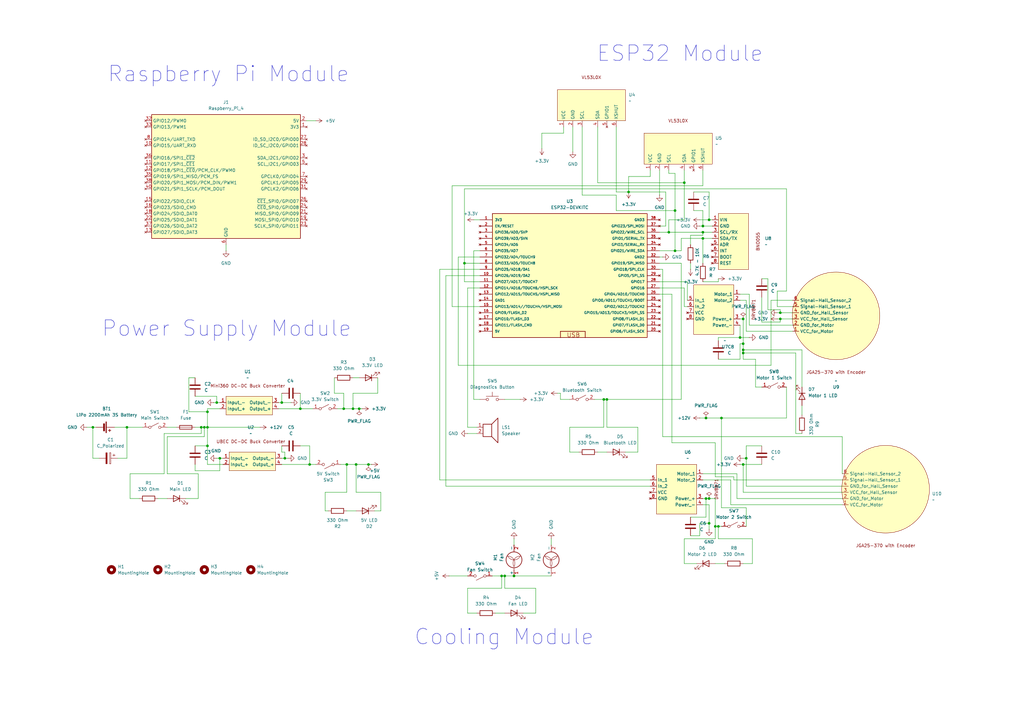
<source format=kicad_sch>
(kicad_sch (version 20250114) (generator "eeschema") (generator_version "9.0")
  (paper "A3")
  (text "Power Supply Module\n" (at 92.964 134.874 0) (effects (font (size 6.35 6.35))))
  (text "ESP32 Module\n" (at 278.892 22.098 0) (effects (font (size 6.35 6.35))))
  (text "Raspberry Pi Module" (at 93.726 30.48 0) (effects (font (size 6.35 6.35))))
  (text "Cooling Module\n" (at 206.756 261.366 0) (effects (font (size 6.35 6.35))))
  (junction (at 248.92 163.83))
  (junction (at 304.8 144.78))
  (junction (at 140.97 167.64))
  (junction (at 85.09 168.91))
  (junction (at 304.8 130.81))
  (junction (at 289.56 171.45))
  (junction (at 115.57 165.1))
  (junction (at 288.29 92.71))
  (junction (at 274.32 95.25))
  (junction (at 88.9 165.1))
  (junction (at 290.83 90.17))
  (junction (at 85.09 182.88))
  (junction (at 257.81 78.74))
  (junction (at 303.53 138.43))
  (junction (at 123.19 167.64))
  (junction (at 207.01 236.22))
  (junction (at 151.13 190.5))
  (junction (at 290.83 214.63))
  (junction (at 290.83 204.47))
  (junction (at 38.1 175.26))
  (junction (at 289.56 204.47))
  (junction (at 306.07 187.96))
  (junction (at 210.82 236.22))
  (junction (at 320.04 130.81))
  (junction (at 288.29 95.25))
  (junction (at 190.5 107.95))
  (junction (at 280.67 74.93))
  (junction (at 85.09 175.26))
  (junction (at 205.74 236.22))
  (junction (at 82.55 175.26))
  (junction (at 288.29 97.79))
  (junction (at 304.8 143.51))
  (junction (at 144.78 167.64))
  (junction (at 276.86 102.87))
  (junction (at 127 190.5))
  (junction (at 116.84 187.96))
  (junction (at 83.82 175.26))
  (junction (at 52.07 175.26))
  (junction (at 304.8 190.5))
  (junction (at 294.64 215.9))
  (junction (at 142.24 190.5))
  (junction (at 320.04 128.27))
  (junction (at 293.37 215.9))
  (junction (at 304.8 140.97))
  (junction (at 247.65 163.83))
  (junction (at 147.32 167.64))
  (junction (at 295.91 171.45))
  (junction (at 276.86 86.36))
  (junction (at 90.17 187.96))
  (junction (at 146.05 190.5))
  (wire (pts (xy 261.62 185.42) (xy 261.62 175.26)))
  (wire (pts (xy 294.64 114.3) (xy 294.64 115.57)))
  (wire (pts (xy 144.78 167.64) (xy 147.32 167.64)))
  (wire (pts (xy 303.53 140.97) (xy 304.8 140.97)))
  (wire (pts (xy 288.29 97.79) (xy 279.4 97.79)))
  (wire (pts (xy 345.44 204.47) (xy 302.26 204.47)))
  (wire (pts (xy 238.76 52.07) (xy 238.76 80.01)))
  (wire (pts (xy 139.7 190.5) (xy 142.24 190.5)))
  (wire (pts (xy 280.67 125.73) (xy 281.94 125.73)))
  (wire (pts (xy 207.01 251.46) (xy 203.2 251.46)))
  (wire (pts (xy 288.29 86.36) (xy 288.29 92.71)))
  (wire (pts (xy 273.05 78.74) (xy 273.05 92.71)))
  (wire (pts (xy 35.56 175.26) (xy 38.1 175.26)))
  (wire (pts (xy 153.67 209.55) (xy 156.21 209.55)))
  (wire (pts (xy 322.58 171.45) (xy 322.58 158.75)))
  (wire (pts (xy 289.56 204.47) (xy 288.29 204.47)))
  (wire (pts (xy 115.57 185.42) (xy 116.84 185.42)))
  (wire (pts (xy 276.86 102.87) (xy 270.51 102.87)))
  (wire (pts (xy 81.28 204.47) (xy 81.28 194.31)))
  (wire (pts (xy 304.8 143.51) (xy 304.8 144.78)))
  (wire (pts (xy 303.53 130.81) (xy 304.8 130.81)))
  (wire (pts (xy 115.57 165.1) (xy 119.38 165.1)))
  (wire (pts (xy 294.64 138.43) (xy 303.53 138.43)))
  (wire (pts (xy 312.42 114.3) (xy 314.96 114.3)))
  (wire (pts (xy 77.47 154.94) (xy 77.47 168.91)))
  (wire (pts (xy 191.77 175.26) (xy 191.77 118.11)))
  (wire (pts (xy 140.97 161.29) (xy 140.97 167.64)))
  (wire (pts (xy 290.83 207.01) (xy 290.83 214.63)))
  (wire (pts (xy 328.93 143.51) (xy 304.8 143.51)))
  (wire (pts (xy 293.37 204.47) (xy 293.37 215.9)))
  (wire (pts (xy 295.91 171.45) (xy 295.91 208.28)))
  (wire (pts (xy 284.48 86.36) (xy 288.29 86.36)))
  (wire (pts (xy 205.74 241.3) (xy 205.74 236.22)))
  (wire (pts (xy 314.96 114.3) (xy 314.96 127)))
  (wire (pts (xy 280.67 220.98) (xy 293.37 220.98)))
  (wire (pts (xy 304.8 190.5) (xy 304.8 201.93)))
  (wire (pts (xy 274.32 90.17) (xy 274.32 95.25)))
  (wire (pts (xy 234.95 52.07) (xy 234.95 62.23)))
  (wire (pts (xy 274.32 71.12) (xy 274.32 69.85)))
  (wire (pts (xy 190.5 77.47) (xy 322.58 77.47)))
  (wire (pts (xy 306.07 187.96) (xy 306.07 199.39)))
  (wire (pts (xy 196.85 163.83) (xy 194.31 163.83)))
  (wire (pts (xy 184.15 236.22) (xy 191.77 236.22)))
  (wire (pts (xy 320.04 130.81) (xy 325.12 130.81)))
  (wire (pts (xy 306.07 182.88) (xy 306.07 187.96)))
  (wire (pts (xy 299.72 207.01) (xy 345.44 207.01)))
  (wire (pts (xy 303.53 190.5) (xy 304.8 190.5)))
  (wire (pts (xy 304.8 144.78) (xy 326.39 144.78)))
  (wire (pts (xy 283.21 107.95) (xy 283.21 110.49)))
  (wire (pts (xy 320.04 128.27) (xy 325.12 128.27)))
  (wire (pts (xy 248.92 163.83) (xy 248.92 175.26)))
  (wire (pts (xy 294.64 139.7) (xy 294.64 138.43)))
  (wire (pts (xy 288.29 196.85) (xy 299.72 196.85)))
  (wire (pts (xy 270.51 69.85) (xy 270.51 80.01)))
  (wire (pts (xy 289.56 204.47) (xy 289.56 212.09)))
  (wire (pts (xy 316.23 123.19) (xy 325.12 123.19)))
  (wire (pts (xy 146.05 209.55) (xy 142.24 209.55)))
  (wire (pts (xy 302.26 194.31) (xy 288.29 194.31)))
  (wire (pts (xy 257.81 72.39) (xy 257.81 78.74)))
  (wire (pts (xy 283.21 219.71) (xy 287.02 219.71)))
  (wire (pts (xy 281.94 115.57) (xy 281.94 123.19)))
  (wire (pts (xy 116.84 187.96) (xy 118.11 187.96)))
  (wire (pts (xy 194.31 102.87) (xy 194.31 163.83)))
  (wire (pts (xy 85.09 182.88) (xy 85.09 190.5)))
  (wire (pts (xy 114.3 167.64) (xy 123.19 167.64)))
  (wire (pts (xy 304.8 187.96) (xy 306.07 187.96)))
  (wire (pts (xy 137.16 161.29) (xy 140.97 161.29)))
  (wire (pts (xy 257.81 72.39) (xy 266.7 72.39)))
  (wire (pts (xy 154.94 161.29) (xy 144.78 161.29)))
  (wire (pts (xy 67.31 177.8) (xy 82.55 177.8)))
  (wire (pts (xy 326.39 177.8) (xy 326.39 144.78)))
  (wire (pts (xy 294.64 215.9) (xy 293.37 215.9)))
  (wire (pts (xy 294.64 147.32) (xy 303.53 147.32)))
  (wire (pts (xy 180.34 196.85) (xy 180.34 110.49)))
  (wire (pts (xy 127 182.88) (xy 127 190.5)))
  (wire (pts (xy 288.29 97.79) (xy 288.29 107.95)))
  (wire (pts (xy 293.37 220.98) (xy 293.37 215.9)))
  (wire (pts (xy 123.19 161.29) (xy 123.19 167.64)))
  (wire (pts (xy 116.84 185.42) (xy 116.84 187.96)))
  (wire (pts (xy 292.1 97.79) (xy 288.29 97.79)))
  (wire (pts (xy 288.29 96.52) (xy 288.29 95.25)))
  (wire (pts (xy 294.64 220.98) (xy 294.64 215.9)))
  (wire (pts (xy 266.7 72.39) (xy 266.7 69.85)))
  (wire (pts (xy 88.9 187.96) (xy 90.17 187.96)))
  (wire (pts (xy 185.42 125.73) (xy 196.85 125.73)))
  (wire (pts (xy 243.84 163.83) (xy 247.65 163.83)))
  (wire (pts (xy 83.82 175.26) (xy 85.09 175.26)))
  (wire (pts (xy 312.42 121.92) (xy 312.42 132.08)))
  (wire (pts (xy 154.94 154.94) (xy 154.94 161.29)))
  (wire (pts (xy 196.85 105.41) (xy 187.96 105.41)))
  (wire (pts (xy 219.71 241.3) (xy 207.01 241.3)))
  (wire (pts (xy 38.1 187.96) (xy 38.1 175.26)))
  (wire (pts (xy 229.87 163.83) (xy 233.68 163.83)))
  (wire (pts (xy 67.31 177.8) (xy 67.31 194.31)))
  (wire (pts (xy 276.86 71.12) (xy 274.32 71.12)))
  (wire (pts (xy 115.57 182.88) (xy 115.57 185.42)))
  (wire (pts (xy 304.8 147.32) (xy 309.88 147.32)))
  (wire (pts (xy 207.01 163.83) (xy 213.36 163.83)))
  (wire (pts (xy 304.8 130.81) (xy 304.8 140.97)))
  (wire (pts (xy 328.93 143.51) (xy 328.93 158.75)))
  (wire (pts (xy 288.29 69.85) (xy 288.29 76.2)))
  (wire (pts (xy 53.34 194.31) (xy 67.31 194.31)))
  (wire (pts (xy 248.92 163.83) (xy 247.65 163.83)))
  (wire (pts (xy 295.91 215.9) (xy 294.64 215.9)))
  (wire (pts (xy 83.82 179.07) (xy 83.82 175.26)))
  (wire (pts (xy 142.24 201.93) (xy 142.24 190.5)))
  (wire (pts (xy 85.09 167.64) (xy 90.17 167.64)))
  (wire (pts (xy 252.73 86.36) (xy 276.86 86.36)))
  (wire (pts (xy 115.57 161.29) (xy 115.57 165.1)))
  (wire (pts (xy 207.01 236.22) (xy 210.82 236.22)))
  (wire (pts (xy 307.34 133.35) (xy 307.34 120.65)))
  (wire (pts (xy 299.72 196.85) (xy 299.72 207.01)))
  (wire (pts (xy 304.8 140.97) (xy 304.8 143.51)))
  (wire (pts (xy 129.54 190.5) (xy 127 190.5)))
  (wire (pts (xy 276.86 71.12) (xy 276.86 86.36)))
  (wire (pts (xy 322.58 77.47) (xy 322.58 119.38)))
  (wire (pts (xy 290.83 90.17) (xy 292.1 90.17)))
  (wire (pts (xy 222.25 54.61) (xy 231.14 54.61)))
  (wire (pts (xy 80.01 182.88) (xy 85.09 182.88)))
  (wire (pts (xy 125.73 49.53) (xy 129.54 49.53)))
  (wire (pts (xy 187.96 105.41) (xy 187.96 149.86)))
  (wire (pts (xy 146.05 201.93) (xy 146.05 190.5)))
  (wire (pts (xy 309.88 147.32) (xy 309.88 158.75)))
  (wire (pts (xy 90.17 187.96) (xy 91.44 187.96)))
  (wire (pts (xy 295.91 208.28) (xy 306.07 208.28)))
  (wire (pts (xy 214.63 251.46) (xy 219.71 251.46)))
  (wire (pts (xy 85.09 175.26) (xy 106.68 175.26)))
  (wire (pts (xy 252.73 52.07) (xy 252.73 78.74)))
  (wire (pts (xy 287.02 219.71) (xy 287.02 214.63)))
  (wire (pts (xy 80.01 175.26) (xy 82.55 175.26)))
  (wire (pts (xy 68.58 179.07) (xy 83.82 179.07)))
  (wire (pts (xy 270.51 115.57) (xy 281.94 115.57)))
  (wire (pts (xy 318.77 128.27) (xy 320.04 128.27)))
  (wire (pts (xy 273.05 92.71) (xy 270.51 92.71)))
  (wire (pts (xy 137.16 154.94) (xy 137.16 161.29)))
  (wire (pts (xy 194.31 90.17) (xy 196.85 90.17)))
  (wire (pts (xy 270.51 118.11) (xy 280.67 118.11)))
  (wire (pts (xy 210.82 236.22) (xy 226.06 236.22)))
  (wire (pts (xy 182.88 199.39) (xy 182.88 113.03)))
  (wire (pts (xy 144.78 161.29) (xy 144.78 167.64)))
  (wire (pts (xy 266.7 199.39) (xy 182.88 199.39)))
  (wire (pts (xy 287.02 214.63) (xy 290.83 214.63)))
  (wire (pts (xy 91.44 190.5) (xy 85.09 190.5)))
  (wire (pts (xy 280.67 74.93) (xy 280.67 90.17)))
  (wire (pts (xy 345.44 179.07) (xy 345.44 194.31)))
  (wire (pts (xy 205.74 236.22) (xy 207.01 236.22)))
  (wire (pts (xy 226.06 223.52) (xy 226.06 220.98)))
  (wire (pts (xy 271.78 179.07) (xy 271.78 110.49)))
  (wire (pts (xy 180.34 110.49) (xy 196.85 110.49)))
  (wire (pts (xy 185.42 76.2) (xy 185.42 125.73)))
  (wire (pts (xy 288.29 115.57) (xy 294.64 115.57)))
  (wire (pts (xy 68.58 175.26) (xy 72.39 175.26)))
  (wire (pts (xy 287.02 90.17) (xy 290.83 90.17)))
  (wire (pts (xy 279.4 97.79) (xy 279.4 102.87)))
  (wire (pts (xy 80.01 154.94) (xy 77.47 154.94)))
  (wire (pts (xy 322.58 119.38) (xy 318.77 119.38)))
  (wire (pts (xy 156.21 209.55) (xy 156.21 201.93)))
  (wire (pts (xy 266.7 196.85) (xy 180.34 196.85)))
  (wire (pts (xy 280.67 118.11) (xy 280.67 125.73)))
  (wire (pts (xy 325.12 133.35) (xy 307.34 133.35)))
  (wire (pts (xy 92.71 100.33) (xy 92.71 102.87)))
  (wire (pts (xy 293.37 195.58) (xy 293.37 181.61)))
  (wire (pts (xy 190.5 107.95) (xy 190.5 115.57)))
  (wire (pts (xy 53.34 204.47) (xy 53.34 194.31)))
  (wire (pts (xy 156.21 201.93) (xy 146.05 201.93)))
  (wire (pts (xy 133.35 201.93) (xy 142.24 201.93)))
  (wire (pts (xy 316.23 149.86) (xy 316.23 123.19)))
  (wire (pts (xy 210.82 223.52) (xy 210.82 220.98)))
  (wire (pts (xy 247.65 163.83) (xy 247.65 175.26)))
  (wire (pts (xy 81.28 194.31) (xy 68.58 194.31)))
  (wire (pts (xy 300.99 195.58) (xy 293.37 195.58)))
  (wire (pts (xy 77.47 168.91) (xy 85.09 168.91)))
  (wire (pts (xy 290.83 217.17) (xy 290.83 214.63)))
  (wire (pts (xy 80.01 193.04) (xy 90.17 193.04)))
  (wire (pts (xy 312.42 132.08) (xy 320.04 132.08)))
  (wire (pts (xy 68.58 204.47) (xy 64.77 204.47)))
  (wire (pts (xy 115.57 187.96) (xy 116.84 187.96)))
  (wire (pts (xy 308.61 220.98) (xy 294.64 220.98)))
  (wire (pts (xy 245.11 74.93) (xy 280.67 74.93)))
  (wire (pts (xy 307.34 120.65) (xy 303.53 120.65)))
  (wire (pts (xy 284.48 78.74) (xy 290.83 78.74)))
  (wire (pts (xy 76.2 204.47) (xy 81.28 204.47)))
  (wire (pts (xy 233.68 185.42) (xy 233.68 175.26)))
  (wire (pts (xy 123.19 182.88) (xy 127 182.88)))
  (wire (pts (xy 270.51 107.95) (xy 279.4 107.95)))
  (wire (pts (xy 222.25 54.61) (xy 222.25 60.96)))
  (wire (pts (xy 187.96 149.86) (xy 316.23 149.86)))
  (wire (pts (xy 279.4 107.95) (xy 279.4 163.83)))
  (wire (pts (xy 288.29 92.71) (xy 292.1 92.71)))
  (wire (pts (xy 68.58 179.07) (xy 68.58 194.31)))
  (wire (pts (xy 191.77 118.11) (xy 196.85 118.11)))
  (wire (pts (xy 85.09 175.26) (xy 85.09 182.88)))
  (wire (pts (xy 283.21 96.52) (xy 288.29 96.52)))
  (wire (pts (xy 219.71 251.46) (xy 219.71 241.3)))
  (wire (pts (xy 271.78 110.49) (xy 270.51 110.49)))
  (wire (pts (xy 142.24 190.5) (xy 146.05 190.5)))
  (wire (pts (xy 285.75 231.14) (xy 280.67 231.14)))
  (wire (pts (xy 306.07 208.28) (xy 306.07 215.9)))
  (wire (pts (xy 314.96 127) (xy 320.04 127)))
  (wire (pts (xy 194.31 102.87) (xy 196.85 102.87)))
  (wire (pts (xy 138.43 167.64) (xy 140.97 167.64)))
  (wire (pts (xy 279.4 163.83) (xy 248.92 163.83)))
  (wire (pts (xy 228.6 161.29) (xy 229.87 161.29)))
  (wire (pts (xy 152.4 190.5) (xy 151.13 190.5)))
  (wire (pts (xy 306.07 135.89) (xy 306.07 123.19)))
  (wire (pts (xy 287.02 171.45) (xy 289.56 171.45)))
  (wire (pts (xy 256.54 185.42) (xy 261.62 185.42)))
  (wire (pts (xy 134.62 209.55) (xy 133.35 209.55)))
  (wire (pts (xy 144.78 154.94) (xy 147.32 154.94)))
  (wire (pts (xy 304.8 231.14) (xy 308.61 231.14)))
  (wire (pts (xy 279.4 102.87) (xy 276.86 102.87)))
  (wire (pts (xy 328.93 177.8) (xy 326.39 177.8)))
  (wire (pts (xy 303.53 133.35) (xy 303.53 138.43)))
  (wire (pts (xy 293.37 231.14) (xy 297.18 231.14)))
  (wire (pts (xy 231.14 54.61) (xy 231.14 52.07)))
  (wire (pts (xy 191.77 177.8) (xy 195.58 177.8)))
  (wire (pts (xy 303.53 147.32) (xy 303.53 140.97)))
  (wire (pts (xy 306.07 123.19) (xy 303.53 123.19)))
  (wire (pts (xy 52.07 187.96) (xy 52.07 175.26)))
  (wire (pts (xy 238.76 80.01) (xy 252.73 80.01)))
  (wire (pts (xy 191.77 251.46) (xy 191.77 241.3)))
  (wire (pts (xy 280.67 231.14) (xy 280.67 220.98)))
  (wire (pts (xy 274.32 95.25) (xy 288.29 95.25)))
  (wire (pts (xy 320.04 127) (xy 320.04 128.27)))
  (wire (pts (xy 82.55 177.8) (xy 82.55 175.26)))
  (wire (pts (xy 80.01 162.56) (xy 88.9 162.56)))
  (wire (pts (xy 252.73 80.01) (xy 252.73 86.36)))
  (wire (pts (xy 190.5 115.57) (xy 196.85 115.57)))
  (wire (pts (xy 275.59 181.61) (xy 275.59 120.65)))
  (wire (pts (xy 345.44 196.85) (xy 300.99 196.85)))
  (wire (pts (xy 270.51 95.25) (xy 274.32 95.25)))
  (wire (pts (xy 308.61 231.14) (xy 308.61 220.98)))
  (wire (pts (xy 300.99 196.85) (xy 300.99 195.58)))
  (wire (pts (xy 88.9 162.56) (xy 88.9 165.1)))
  (wire (pts (xy 85.09 168.91) (xy 85.09 167.64)))
  (wire (pts (xy 307.34 138.43) (xy 303.53 138.43)))
  (wire (pts (xy 290.83 78.74) (xy 290.83 90.17)))
  (wire (pts (xy 325.12 135.89) (xy 306.07 135.89)))
  (wire (pts (xy 261.62 175.26) (xy 248.92 175.26)))
  (wire (pts (xy 85.09 175.26) (xy 85.09 168.91)))
  (wire (pts (xy 237.49 185.42) (xy 233.68 185.42)))
  (wire (pts (xy 57.15 204.47) (xy 53.34 204.47)))
  (wire (pts (xy 287.02 92.71) (xy 288.29 92.71)))
  (wire (pts (xy 293.37 181.61) (xy 275.59 181.61)))
  (wire (pts (xy 114.3 165.1) (xy 115.57 165.1)))
  (wire (pts (xy 271.78 179.07) (xy 345.44 179.07)))
  (wire (pts (xy 207.01 241.3) (xy 207.01 236.22)))
  (wire (pts (xy 233.68 175.26) (xy 247.65 175.26)))
  (wire (pts (xy 88.9 165.1) (xy 90.17 165.1)))
  (wire (pts (xy 304.8 144.78) (xy 304.8 147.32)))
  (wire (pts (xy 82.55 175.26) (xy 83.82 175.26)))
  (wire (pts (xy 288.29 95.25) (xy 292.1 95.25)))
  (wire (pts (xy 306.07 182.88) (xy 312.42 182.88)))
  (wire (pts (xy 90.17 193.04) (xy 90.17 187.96)))
  (wire (pts (xy 309.88 158.75) (xy 312.42 158.75)))
  (wire (pts (xy 318.77 130.81) (xy 320.04 130.81)))
  (wire (pts (xy 318.77 119.38) (xy 318.77 125.73)))
  (wire (pts (xy 140.97 167.64) (xy 144.78 167.64)))
  (wire (pts (xy 283.21 100.33) (xy 283.21 96.52)))
  (wire (pts (xy 304.8 190.5) (xy 312.42 190.5)))
  (wire (pts (xy 195.58 251.46) (xy 191.77 251.46)))
  (wire (pts (xy 201.93 236.22) (xy 205.74 236.22)))
  (wire (pts (xy 283.21 212.09) (xy 289.56 212.09)))
  (wire (pts (xy 276.86 86.36) (xy 276.86 102.87)))
  (wire (pts (xy 252.73 78.74) (xy 257.81 78.74)))
  (wire (pts (xy 320.04 132.08) (xy 320.04 130.81)))
  (wire (pts (xy 146.05 190.5) (xy 151.13 190.5)))
  (wire (pts (xy 275.59 120.65) (xy 270.51 120.65)))
  (wire (pts (xy 123.19 167.64) (xy 128.27 167.64)))
  (wire (pts (xy 115.57 190.5) (xy 127 190.5)))
  (wire (pts (xy 295.91 171.45) (xy 322.58 171.45)))
  (wire (pts (xy 257.81 78.74) (xy 273.05 78.74)))
  (wire (pts (xy 48.26 187.96) (xy 52.07 187.96)))
  (wire (pts (xy 248.92 185.42) (xy 245.11 185.42)))
  (wire (pts (xy 52.07 175.26) (xy 58.42 175.26)))
  (wire (pts (xy 182.88 113.03) (xy 196.85 113.03)))
  (wire (pts (xy 289.56 171.45) (xy 295.91 171.45)))
  (wire (pts (xy 318.77 125.73) (xy 325.12 125.73)))
  (wire (pts (xy 293.37 204.47) (xy 290.83 204.47)))
  (wire (pts (xy 280.67 90.17) (xy 274.32 90.17)))
  (wire (pts (xy 87.63 165.1) (xy 88.9 165.1)))
  (wire (pts (xy 147.32 167.64) (xy 148.59 167.64)))
  (wire (pts (xy 304.8 201.93) (xy 345.44 201.93)))
  (wire (pts (xy 229.87 161.29) (xy 229.87 163.83)))
  (wire (pts (xy 40.64 187.96) (xy 38.1 187.96)))
  (wire (pts (xy 133.35 209.55) (xy 133.35 201.93)))
  (wire (pts (xy 280.67 69.85) (xy 280.67 74.93)))
  (wire (pts (xy 288.29 207.01) (xy 290.83 207.01)))
  (wire (pts (xy 245.11 52.07) (xy 245.11 74.93)))
  (wire (pts (xy 195.58 175.26) (xy 191.77 175.26)))
  (wire (pts (xy 38.1 175.26) (xy 39.37 175.26)))
  (wire (pts (xy 290.83 204.47) (xy 289.56 204.47)))
  (wire (pts (xy 302.26 204.47) (xy 302.26 194.31)))
  (wire (pts (xy 46.99 175.26) (xy 52.07 175.26)))
  (wire (pts (xy 196.85 107.95) (xy 190.5 107.95)))
  (wire (pts (xy 306.07 199.39) (xy 345.44 199.39)))
  (wire (pts (xy 328.93 166.37) (xy 328.93 170.18)))
  (wire (pts (xy 185.42 76.2) (xy 288.29 76.2)))
  (wire (pts (xy 270.51 105.41) (xy 271.78 105.41)))
  (wire (pts (xy 191.77 241.3) (xy 205.74 241.3)))
  (wire (pts (xy 80.01 190.5) (xy 80.01 193.04)))
  (wire (pts (xy 190.5 77.47) (xy 190.5 107.95)))
  (symbol (lib_id "power:+3.3V") (at 257.81 78.74 180) (unit 1)
    (property "Reference" "#PWR020" (effects (hide yes)))
    (property "Value" "+3.3V" (at 257.81 83.82 0))
    (property "Description" "Power symbol creates a global label with name \"+3.3V\"" (effects (hide yes)))
  )
  (symbol (lib_id "Device:C") (at 119.38 182.88 90) (unit 1)
    (property "Reference" "C5" (at 119.38 175.26 90))
    (property "Value" "C" (at 119.38 177.8 90))
    (property "Footprint" "Capacitor_THT:C_Disc_D4.3mm_W1.9mm_P5.00mm" (effects (hide yes)))
    (property "Description" "Unpolarized capacitor" (effects (hide yes)))
  )
  (symbol (lib_id "power:GND") (at 35.56 175.26 270) (unit 1)
    (property "Reference" "#PWR01" (effects (hide yes)))
    (property "Value" "GND" (at 31.75 175.2599 90) (effects (justify right)))
    (property "Description" "Power symbol creates a global label with name \"GND\" , ground" (effects (hide yes)))
  )
  (symbol (lib_id "Switch:SW_SPST") (at 196.85 236.22 180) (unit 1)
    (property "Reference" "SW4" (at 196.85 231.14 0))
    (property "Value" "Fan Switch" (at 196.85 233.68 0))
    (property "Footprint" "Espressif:SPST" (effects (hide yes)))
    (property "Description" "Single Pole Single Throw (SPST) switch" (effects (hide yes)))
  )
  (symbol (lib_id "Device:Fuse") (at 76.2 175.26 90) (unit 1)
    (property "Reference" "F1" (at 76.2 168.91 90))
    (property "Value" "Fuse" (at 76.2 171.45 90))
    (property "Footprint" "Fuse:Fuse_Littelfuse-LVR100" (effects (hide yes)))
    (property "Description" "Fuse" (effects (hide yes)))
  )
  (symbol (lib_id "Switch:SW_Push") (at 201.93 163.83 0) (unit 1)
    (property "Reference" "SW5" (at 201.93 156.21 0))
    (property "Value" "Diagnostics Button" (at 201.93 158.75 0))
    (property "Footprint" "Espressif:SPST" (effects (hide yes)))
    (property "Description" "Push button switch, generic, two pins" (effects (hide yes)))
  )
  (symbol (lib_id "Switch:SW_SPST") (at 133.35 167.64 0) (unit 1)
    (property "Reference" "SW2" (at 133.35 161.29 0))
    (property "Value" "3.3V Switch" (at 133.35 163.83 0))
    (property "Footprint" "Espressif:SPST" (effects (hide yes)))
    (property "Description" "Single Pole Single Throw (SPST) switch" (effects (hide yes)))
  )
  (symbol (lib_id "power:GND") (at 307.34 138.43 90) (unit 1)
    (property "Reference" "#PWR031" (effects (hide yes)))
    (property "Value" "GND" (at 311.15 138.4299 90) (effects (justify right)))
    (property "Description" "Power symbol creates a global label with name \"GND\" , ground" (effects (hide yes)))
  )
  (symbol (lib_id "power:GND") (at 119.38 165.1 90) (unit 1)
    (property "Reference" "#PWR07" (effects (hide yes)))
    (property "Value" "GND" (at 123.19 165.0999 90) (effects (justify right)))
    (property "Description" "Power symbol creates a global label with name \"GND\" , ground" (effects (hide yes)))
  )
  (symbol (lib_id "Device:C") (at 294.64 143.51 0) (unit 1)
    (property "Reference" "C8" (at 298.45 142.2399 0) (effects (justify left)))
    (property "Value" "C" (at 298.45 144.7799 0) (effects (justify left)))
    (property "Footprint" "Capacitor_THT:C_Disc_D4.3mm_W1.9mm_P5.00mm" (effects (hide yes)))
    (property "Description" "Unpolarized capacitor" (effects (hide yes)))
  )
  (symbol (lib_id "power:PWR_FLAG") (at 290.83 204.47 0) (unit 1)
    (property "Reference" "#FLG04" (effects (hide yes)))
    (property "Value" "PWR_FLAG" (at 290.83 199.39 0))
    (property "Description" "Special symbol for telling ERC where power comes from" (effects (hide yes)))
  )
  (symbol (lib_id "Device:LED") (at 252.73 185.42 0) (mirror y) (unit 1)
    (property "Reference" "D5" (at 254.3175 179.07 0))
    (property "Value" "Bluetooth LED" (at 254.3175 181.61 0))
    (property "Footprint" "LED_THT:LED_D5.0mm" (effects (hide yes)))
    (property "Description" "Light emitting diode" (effects (hide yes)))
    (property "Sim.Pins" "1=K 2=A" (effects (hide yes)))
  )
  (symbol (lib_id "power:GND") (at 287.02 92.71 270) (unit 1)
    (property "Reference" "#PWR025" (effects (hide yes)))
    (property "Value" "GND" (at 283.21 92.7099 90) (effects (justify right)))
    (property "Description" "Power symbol creates a global label with name \"GND\" , ground" (effects (hide yes)))
  )
  (symbol (lib_id "power:+5V") (at 184.15 236.22 90) (unit 1)
    (property "Reference" "#PWR011" (effects (hide yes)))
    (property "Value" "+5V" (at 179.07 236.22 0))
    (property "Description" "Power symbol creates a global label with name \"+5V\"" (effects (hide yes)))
  )
  (symbol (lib_id "New_Library:JGA25-370_with_Encoder") (at 342.9 149.86 180) (unit 1)
    (property "Reference" "U9" (at 342.9 158.75 0))
    (property "Value" "~" (at 342.9 156.21 0))
    (property "Footprint" "Espressif:JGA25-370" (effects (hide yes)))
  )
  (symbol (lib_id "Mechanical:MountingHole") (at 83.82 233.68 0) (unit 1) (in_bom no)
    (property "Reference" "H3" (at 86.36 232.4099 0) (effects (justify left)))
    (property "Value" "MountingHole" (at 86.36 234.9499 0) (effects (justify left)))
    (property "Footprint" "Espressif:Mounting Hole" (effects (hide yes)))
    (property "Description" "Mounting Hole without connection" (effects (hide yes)))
  )
  (symbol (lib_id "power:+3.3V") (at 294.64 114.3 270) (unit 1)
    (property "Reference" "#PWR028" (effects (hide yes)))
    (property "Value" "+3.3V" (at 298.45 114.2999 90) (effects (justify left)))
    (property "Description" "Power symbol creates a global label with name \"+3.3V\"" (effects (hide yes)))
  )
  (symbol (lib_id "Mechanical:MountingHole") (at 64.77 233.68 0) (unit 1) (in_bom no)
    (property "Reference" "H2" (at 67.31 232.4099 0) (effects (justify left)))
    (property "Value" "MountingHole" (at 67.31 234.9499 0) (effects (justify left)))
    (property "Footprint" "Espressif:Mounting Hole" (effects (hide yes)))
    (property "Description" "Mounting Hole without connection" (effects (hide yes)))
  )
  (symbol (lib_id "power:PWR_FLAG") (at 151.13 190.5 180) (unit 1)
    (property "Reference" "#FLG02" (effects (hide yes)))
    (property "Value" "PWR_FLAG" (at 151.13 195.58 0))
    (property "Description" "Special symbol for telling ERC where power comes from" (effects (hide yes)))
  )
  (symbol (lib_id "New_Library:JGA25-370_with_Encoder") (at 363.22 220.98 180) (unit 1)
    (property "Reference" "U10" (at 382.27 202.4774 0) (effects (justify right)))
    (property "Value" "~" (at 382.27 205.0174 0) (effects (justify right)))
    (property "Footprint" "Espressif:JGA25-370" (effects (hide yes)))
  )
  (symbol (lib_id "New_Library:DRV8871") (at 290.83 200.66 270) (unit 1)
    (property "Reference" "U6" (at 282.0698 185.42 90))
    (property "Value" "~" (at 282.0698 187.96 90))
    (property "Footprint" "Espressif:DRV8871" (effects (hide yes)))
  )
  (symbol (lib_id "Device:R") (at 140.97 154.94 270) (unit 1)
    (property "Reference" "R3" (at 140.97 148.59 90))
    (property "Value" "330 Ohm" (at 140.97 151.13 90))
    (property "Footprint" "Resistor_THT:R_Axial_DIN0204_L3.6mm_D1.6mm_P5.08mm_Horizontal" (effects (hide yes)))
    (property "Description" "Resistor" (effects (hide yes)))
  )
  (symbol (lib_id "power:+3.3V") (at 303.53 190.5 90) (unit 1)
    (property "Reference" "#PWR029" (effects (hide yes)))
    (property "Value" "+3.3V" (at 299.72 190.4999 90) (effects (justify left)))
    (property "Description" "Power symbol creates a global label with name \"+3.3V\"" (effects (hide yes)))
  )
  (symbol (lib_id "power:+3.3V") (at 213.36 163.83 270) (unit 1)
    (property "Reference" "#PWR015" (effects (hide yes)))
    (property "Value" "+3.3V" (at 217.17 163.8299 90) (effects (justify left)))
    (property "Description" "Power symbol creates a global label with name \"+3.3V\"" (effects (hide yes)))
  )
  (symbol (lib_id "New_Library:VL53L0X") (at 278.13 53.34 0) (unit 1)
    (property "Reference" "U5" (at 293.37 56.6391 0) (effects (justify left)))
    (property "Value" "~" (at 293.37 59.1791 0) (effects (justify left)))
    (property "Footprint" "Espressif:VL53L0X" (effects (hide yes)))
  )
  (symbol (lib_id "Device:LED") (at 289.56 231.14 0) (unit 1)
    (property "Reference" "D6" (at 287.9725 224.79 0))
    (property "Value" "Motor 2 LED" (at 287.9725 227.33 0))
    (property "Footprint" "LED_THT:LED_D5.0mm" (effects (hide yes)))
    (property "Description" "Light emitting diode" (effects (hide yes)))
    (property "Sim.Pins" "1=K 2=A" (effects (hide yes)))
  )
  (symbol (lib_id "power:+3.3V") (at 283.21 110.49 180) (unit 1)
    (property "Reference" "#PWR023" (effects (hide yes)))
    (property "Value" "+3.3V" (at 283.21 115.57 0))
    (property "Description" "Power symbol creates a global label with name \"+3.3V\"" (effects (hide yes)))
  )
  (symbol (lib_id "power:+3.3V") (at 287.02 90.17 90) (unit 1)
    (property "Reference" "#PWR024" (effects (hide yes)))
    (property "Value" "+3.3V" (at 283.21 90.1699 90) (effects (justify left)))
    (property "Description" "Power symbol creates a global label with name \"+3.3V\"" (effects (hide yes)))
  )
  (symbol (lib_id "Connector:Raspberry_Pi_4") (at 92.71 72.39 0) (unit 1)
    (property "Reference" "J1" (at 92.71 41.91 0))
    (property "Value" "Raspberry_Pi_4" (at 92.71 44.45 0))
    (property "Footprint" "Espressif:MODULE_RASPBERRY_PI_4B_4GB" (effects (hide yes)))
    (property "Datasheet" "https://datasheets.raspberrypi.com/rpi4/raspberry-pi-4-datasheet.pdf" (effects (hide yes)))
    (property "Description" "Raspberry Pi 4 Model B" (effects (hide yes)))
  )
  (symbol (lib_id "power:+3.3V") (at 194.31 90.17 90) (unit 1)
    (property "Reference" "#PWR013" (effects (hide yes)))
    (property "Value" "+3.3V" (at 193.04 87.63 90))
    (property "Description" "Power symbol creates a global label with name \"+3.3V\"" (effects (hide yes)))
  )
  (symbol (lib_id "Device:Speaker") (at 200.66 175.26 0) (unit 1)
    (property "Reference" "LS1" (at 205.74 175.2599 0) (effects (justify left)))
    (property "Value" "Speaker" (at 205.74 177.7999 0) (effects (justify left)))
    (property "Footprint" "Buzzer_Beeper:Buzzer_12x9.5RM7.6" (effects (hide yes)))
    (property "Description" "Speaker" (effects (hide yes)))
  )
  (symbol (lib_id "Device:R") (at 283.21 104.14 0) (unit 1)
    (property "Reference" "R6" (at 288.29 105.156 0) (effects (justify left)))
    (property "Value" "4.7K - 10K" (at 286.004 113.284 90) (effects (justify left)))
    (property "Footprint" "Resistor_THT:R_Axial_DIN0204_L3.6mm_D1.6mm_P5.08mm_Horizontal" (effects (hide yes)))
    (property "Description" "Resistor" (effects (hide yes)))
  )
  (symbol (lib_id "power:GND") (at 226.06 220.98 180) (unit 1)
    (property "Reference" "#PWR017" (effects (hide yes)))
    (property "Value" "GND" (at 226.0599 217.17 90) (effects (justify right)))
    (property "Description" "Power symbol creates a global label with name \"GND\" , ground" (effects (hide yes)))
  )
  (symbol (lib_id "Device:C") (at 312.42 118.11 0) (unit 1)
    (property "Reference" "C9" (at 316.23 116.8399 0) (effects (justify left)))
    (property "Value" "C" (at 316.23 119.3799 0) (effects (justify left)))
    (property "Footprint" "Capacitor_THT:C_Disc_D4.3mm_W1.9mm_P5.00mm" (effects (hide yes)))
    (property "Description" "Unpolarized capacitor" (effects (hide yes)))
  )
  (symbol (lib_id "Device:C") (at 119.38 161.29 90) (unit 1)
    (property "Reference" "C4" (at 119.126 156.21 90))
    (property "Value" "C" (effects (hide yes)))
    (property "Footprint" "Capacitor_THT:C_Disc_D4.3mm_W1.9mm_P5.00mm" (effects (hide yes)))
    (property "Description" "Unpolarized capacitor" (effects (hide yes)))
  )
  (symbol (lib_id "Motor:Fan") (at 226.06 228.6 180) (unit 1)
    (property "Reference" "M2" (at 218.44 228.6 90))
    (property "Value" "Fan" (at 220.98 228.6 90))
    (property "Footprint" "Espressif:SPST" (effects (hide yes)))
    (property "Description" "Fan" (effects (hide yes)))
  )
  (symbol (lib_id "Switch:SW_SPST") (at 63.5 175.26 0) (unit 1)
    (property "Reference" "SW1" (at 63.5 168.91 0))
    (property "Value" "Main Switch" (at 63.5 171.45 0))
    (property "Footprint" "Espressif:SPST" (effects (hide yes)))
    (property "Description" "Single Pole Single Throw (SPST) switch" (effects (hide yes)))
  )
  (symbol (lib_id "power:GND") (at 234.95 62.23 0) (unit 1)
    (property "Reference" "#PWR019" (effects (hide yes)))
    (property "Value" "GND" (at 234.95 67.31 0))
    (property "Description" "Power symbol creates a global label with name \"GND\" , ground" (effects (hide yes)))
  )
  (symbol (lib_id "Mechanical:MountingHole") (at 102.87 233.68 0) (unit 1) (in_bom no)
    (property "Reference" "H4" (at 105.41 232.4099 0) (effects (justify left)))
    (property "Value" "MountingHole" (at 105.41 234.9499 0) (effects (justify left)))
    (property "Footprint" "Espressif:Mounting Hole" (effects (hide yes)))
    (property "Description" "Mounting Hole without connection" (effects (hide yes)))
  )
  (symbol (lib_id "power:GND") (at 118.11 187.96 90) (unit 1)
    (property "Reference" "#PWR06" (effects (hide yes)))
    (property "Value" "GND" (at 121.92 187.9599 90) (effects (justify right)))
    (property "Description" "Power symbol creates a global label with name \"GND\" , ground" (effects (hide yes)))
  )
  (symbol (lib_id "power:PWR_FLAG") (at 147.32 167.64 180) (unit 1)
    (property "Reference" "#FLG01" (effects (hide yes)))
    (property "Value" "PWR_FLAG" (at 147.32 172.72 0))
    (property "Description" "Special symbol for telling ERC where power comes from" (effects (hide yes)))
  )
  (symbol (lib_name "DRV8871_1") (lib_id "New_Library:DRV8871") (at 306.07 127 270) (unit 1)
    (property "Reference" "U7" (at 297.3098 142.24 90))
    (property "Value" "~" (at 297.3098 139.7 90))
    (property "Footprint" "Espressif:DRV8871" (effects (hide yes)))
  )
  (symbol (lib_id "Switch:SW_SPST") (at 317.5 158.75 0) (unit 1)
    (property "Reference" "SW8" (at 317.5 152.4 0))
    (property "Value" "Motor 1 Switch" (at 317.5 154.94 0))
    (property "Footprint" "Espressif:SPST" (effects (hide yes)))
    (property "Description" "Single Pole Single Throw (SPST) switch" (effects (hide yes)))
  )
  (symbol (lib_id "Device:R") (at 300.99 231.14 90) (unit 1)
    (property "Reference" "R8" (at 300.99 224.79 90))
    (property "Value" "330 Ohm" (at 300.99 227.33 90))
    (property "Footprint" "Resistor_THT:R_Axial_DIN0204_L3.6mm_D1.6mm_P5.08mm_Horizontal" (effects (hide yes)))
    (property "Description" "Resistor" (effects (hide yes)))
  )
  (symbol (lib_id "Switch:SW_SPST") (at 238.76 163.83 0) (unit 1)
    (property "Reference" "SW6" (at 238.76 157.48 0))
    (property "Value" "Bluetooth Switch" (at 238.76 160.02 0))
    (property "Footprint" "Espressif:SPST" (effects (hide yes)))
    (property "Description" "Single Pole Single Throw (SPST) switch" (effects (hide yes)))
  )
  (symbol (lib_id "Switch:SW_SPST") (at 134.62 190.5 180) (unit 1)
    (property "Reference" "SW3" (at 134.62 196.85 0))
    (property "Value" "5V Switch" (at 134.62 194.31 0))
    (property "Footprint" "Espressif:SPST" (effects (hide yes)))
    (property "Description" "Single Pole Single Throw (SPST) switch" (effects (hide yes)))
  )
  (symbol (lib_id "New_Library:UBEC_DC-DC_Buck_Converter") (at 102.87 184.15 0) (unit 1)
    (property "Reference" "U2" (at 102.87 175.26 0))
    (property "Value" "~" (at 102.87 177.8 0))
    (property "Footprint" "Espressif:UBEC" (effects (hide yes)))
  )
  (symbol (lib_id "Mechanical:MountingHole") (at 45.72 233.68 0) (unit 1) (in_bom no)
    (property "Reference" "H1" (at 48.26 232.4099 0) (effects (justify left)))
    (property "Value" "MountingHole" (at 48.26 234.9499 0) (effects (justify left)))
    (property "Footprint" "Espressif:Mounting Hole" (effects (hide yes)))
    (property "Description" "Mounting Hole without connection" (effects (hide yes)))
  )
  (symbol (lib_id "Device:R") (at 241.3 185.42 270) (mirror x) (unit 1)
    (property "Reference" "R5" (at 241.3 179.07 90))
    (property "Value" "330 Ohm" (at 241.3 181.61 90))
    (property "Footprint" "Resistor_THT:R_Axial_DIN0204_L3.6mm_D1.6mm_P5.08mm_Horizontal" (effects (hide yes)))
    (property "Description" "Resistor" (effects (hide yes)))
  )
  (symbol (lib_id "power:+3.3V") (at 148.59 167.64 270) (unit 1)
    (property "Reference" "#PWR09" (effects (hide yes)))
    (property "Value" "+3.3V" (at 152.4 167.6399 90) (effects (justify left)))
    (property "Description" "Power symbol creates a global label with name \"+3.3V\"" (effects (hide yes)))
  )
  (symbol (lib_id "Device:C_Polarized") (at 44.45 187.96 270) (unit 1)
    (property "Reference" "C1" (at 45.339 180.34 90))
    (property "Value" "C_Polarized" (at 45.339 182.88 90))
    (property "Footprint" "Capacitor_THT:C_Radial_D10.0mm_H16.0mm_P5.00mm" (effects (hide yes)))
    (property "Description" "Polarized capacitor" (effects (hide yes)))
  )
  (symbol (lib_id "Device:R") (at 328.93 173.99 0) (unit 1)
    (property "Reference" "R9" (at 335.28 173.99 90))
    (property "Value" "330 Ohm" (at 332.74 173.99 90))
    (property "Footprint" "Resistor_THT:R_Axial_DIN0204_L3.6mm_D1.6mm_P5.08mm_Horizontal" (effects (hide yes)))
    (property "Description" "Resistor" (effects (hide yes)))
  )
  (symbol (lib_id "New_Library:VL53L0X") (at 242.57 35.56 0) (unit 1)
    (property "Reference" "U4" (at 257.81 38.8591 0) (effects (justify left)))
    (property "Value" "~" (at 257.81 41.3991 0) (effects (justify left)))
    (property "Footprint" "Espressif:VL53L0X" (effects (hide yes)))
  )
  (symbol (lib_id "Device:LED") (at 151.13 154.94 180) (unit 1)
    (property "Reference" "D3" (at 152.7175 147.32 0))
    (property "Value" "3.3V LED" (at 152.7175 149.86 0))
    (property "Footprint" "LED_THT:LED_D5.0mm" (effects (hide yes)))
    (property "Description" "Light emitting diode" (effects (hide yes)))
    (property "Sim.Pins" "1=K 2=A" (effects (hide yes)))
  )
  (symbol (lib_id "power:GND") (at 318.77 128.27 270) (unit 1)
    (property "Reference" "#PWR032" (effects (hide yes)))
    (property "Value" "GND" (at 314.96 128.2699 90) (effects (justify right)))
    (property "Description" "Power symbol creates a global label with name \"GND\" , ground" (effects (hide yes)))
  )
  (symbol (lib_id "Device:C") (at 80.01 186.69 0) (unit 1)
    (property "Reference" "C3" (at 83.82 185.4199 0) (effects (justify left)))
    (property "Value" "C" (at 83.82 187.9599 0) (effects (justify left)))
    (property "Footprint" "Capacitor_THT:C_Disc_D4.3mm_W1.9mm_P5.00mm" (effects (hide yes)))
    (property "Description" "Unpolarized capacitor" (effects (hide yes)))
  )
  (symbol (lib_id "Device:R") (at 60.96 204.47 270) (mirror x) (unit 1)
    (property "Reference" "R1" (at 60.96 198.12 90))
    (property "Value" "330 Ohm" (at 60.96 200.66 90))
    (property "Footprint" "Resistor_THT:R_Axial_DIN0204_L3.6mm_D1.6mm_P5.08mm_Horizontal" (effects (hide yes)))
    (property "Description" "Resistor" (effects (hide yes)))
  )
  (symbol (lib_id "power:GND") (at 304.8 187.96 270) (unit 1)
    (property "Reference" "#PWR030" (effects (hide yes)))
    (property "Value" "GND" (at 300.99 187.9599 90) (effects (justify right)))
    (property "Description" "Power symbol creates a global label with name \"GND\" , ground" (effects (hide yes)))
  )
  (symbol (lib_id "power:GND") (at 270.51 80.01 0) (unit 1)
    (property "Reference" "#PWR021" (effects (hide yes)))
    (property "Value" "GND" (at 270.51 85.09 0))
    (property "Description" "Power symbol creates a global label with name \"GND\" , ground" (effects (hide yes)))
  )
  (symbol (lib_id "Device:LED") (at 210.82 251.46 0) (mirror y) (unit 1)
    (property "Reference" "D4" (at 212.4075 245.11 0))
    (property "Value" "Fan LED" (at 212.4075 247.65 0))
    (property "Footprint" "LED_THT:LED_D5.0mm" (effects (hide yes)))
    (property "Description" "Light emitting diode" (effects (hide yes)))
    (property "Sim.Pins" "1=K 2=A" (effects (hide yes)))
  )
  (symbol (lib_id "Device:C") (at 80.01 158.75 0) (unit 1)
    (property "Reference" "C2" (at 83.82 157.4799 0) (effects (justify left)))
    (property "Value" "C" (at 83.82 160.0199 0) (effects (justify left)))
    (property "Footprint" "Capacitor_THT:C_Disc_D4.3mm_W1.9mm_P5.00mm" (effects (hide yes)))
    (property "Description" "Unpolarized capacitor" (effects (hide yes)))
  )
  (symbol (lib_id "Switch:SW_SPST") (at 300.99 215.9 0) (unit 1)
    (property "Reference" "SW7" (at 300.99 209.55 0))
    (property "Value" "Motor 2 Switch" (at 300.99 212.09 0))
    (property "Footprint" "Espressif:SPST" (effects (hide yes)))
    (property "Description" "Single Pole Single Throw (SPST) switch" (effects (hide yes)))
  )
  (symbol (lib_id "power:+5V") (at 129.54 49.53 270) (unit 1)
    (property "Reference" "#PWR08" (effects (hide yes)))
    (property "Value" "+5V" (at 133.35 49.5299 90) (effects (justify left)))
    (property "Description" "Power symbol creates a global label with name \"+5V\"" (effects (hide yes)))
  )
  (symbol (lib_id "Device:LED") (at 72.39 204.47 0) (mirror y) (unit 1)
    (property "Reference" "D1" (at 73.9775 198.12 0))
    (property "Value" "Main LED" (at 73.9775 200.66 0))
    (property "Footprint" "LED_THT:LED_D5.0mm" (effects (hide yes)))
    (property "Description" "Light emitting diode" (effects (hide yes)))
    (property "Sim.Pins" "1=K 2=A" (effects (hide yes)))
  )
  (symbol (lib_id "Device:C") (at 312.42 186.69 180) (unit 1)
    (property "Reference" "C10" (at 316.23 185.4199 0) (effects (justify right)))
    (property "Value" "C" (at 316.23 187.9599 0) (effects (justify right)))
    (property "Footprint" "Capacitor_THT:C_Disc_D4.3mm_W1.9mm_P5.00mm" (effects (hide yes)))
    (property "Description" "Unpolarized capacitor" (effects (hide yes)))
  )
  (symbol (lib_id "Device:R") (at 288.29 111.76 0) (unit 1)
    (property "Reference" "R7" (at 290.83 110.4899 0) (effects (justify left)))
    (property "Value" "R" (at 290.83 113.0299 0) (effects (justify left)))
    (property "Footprint" "Resistor_THT:R_Axial_DIN0204_L3.6mm_D1.6mm_P5.08mm_Horizontal" (effects (hide yes)))
    (property "Description" "Resistor" (effects (hide yes)))
  )
  (symbol (lib_id "power:GND") (at 210.82 220.98 180) (unit 1)
    (property "Reference" "#PWR014" (effects (hide yes)))
    (property "Value" "GND" (at 210.8199 217.17 90) (effects (justify right)))
    (property "Description" "Power symbol creates a global label with name \"GND\" , ground" (effects (hide yes)))
  )
  (symbol (lib_id "power:GND") (at 88.9 187.96 270) (unit 1)
    (property "Reference" "#PWR03" (effects (hide yes)))
    (property "Value" "GND" (at 90.678 184.912 90) (effects (justify right)))
    (property "Description" "Power symbol creates a global label with name \"GND\" , ground" (effects (hide yes)))
  )
  (symbol (lib_id "Device:LED") (at 328.93 162.56 270) (unit 1)
    (property "Reference" "D7" (at 331.47 159.7024 90) (effects (justify left)))
    (property "Value" "Motor 1 LED" (at 331.47 162.2424 90) (effects (justify left)))
    (property "Footprint" "LED_THT:LED_D5.0mm" (effects (hide yes)))
    (property "Description" "Light emitting diode" (effects (hide yes)))
    (property "Sim.Pins" "1=K 2=A" (effects (hide yes)))
  )
  (symbol (lib_id "power:GND") (at 290.83 217.17 0) (unit 1)
    (property "Reference" "#PWR027" (effects (hide yes)))
    (property "Value" "GND" (at 290.83 222.25 0))
    (property "Description" "Power symbol creates a global label with name \"GND\" , ground" (effects (hide yes)))
  )
  (symbol (lib_id "power:+12V") (at 106.68 175.26 270) (unit 1)
    (property "Reference" "#PWR05" (effects (hide yes)))
    (property "Value" "+12V" (at 110.49 175.2599 90) (effects (justify left)))
    (property "Description" "Power symbol creates a global label with name \"+12V\"" (effects (hide yes)))
  )
  (symbol (lib_id "power:+3.3V") (at 222.25 60.96 180) (unit 1)
    (property "Reference" "#PWR016" (effects (hide yes)))
    (property "Value" "+3.3V" (at 222.25 66.04 0))
    (property "Description" "Power symbol creates a global label with name \"+3.3V\"" (effects (hide yes)))
  )
  (symbol (lib_id "Device:Battery_Cell") (at 41.91 175.26 270) (unit 1)
    (property "Reference" "BT1" (at 43.7515 167.64 90))
    (property "Value" "LiPo 2200mAh 3S Battery" (at 43.7515 170.18 90))
    (property "Footprint" "Espressif:Battery T-Plug" (effects (hide yes)))
    (property "Description" "Single-cell battery" (effects (hide yes)))
  )
  (symbol (lib_id "power:+3.3V") (at 318.77 130.81 90) (unit 1)
    (property "Reference" "#PWR033" (effects (hide yes)))
    (property "Value" "+3.3V" (at 314.96 130.8099 90) (effects (justify left)))
    (property "Description" "Power symbol creates a global label with name \"+3.3V\"" (effects (hide yes)))
  )
  (symbol (lib_id "power:GND") (at 92.71 102.87 0) (unit 1)
    (property "Reference" "#PWR04" (effects (hide yes)))
    (property "Value" "GND" (at 92.71 107.95 0))
    (property "Description" "Power symbol creates a global label with name \"GND\" , ground" (effects (hide yes)))
  )
  (symbol (lib_id "Device:C") (at 283.21 215.9 0) (unit 1)
    (property "Reference" "C6" (at 287.02 214.6299 0) (effects (justify left)))
    (property "Value" "C" (at 287.02 217.1699 0) (effects (justify left)))
    (property "Footprint" "Capacitor_THT:C_Disc_D4.3mm_W1.9mm_P5.00mm" (effects (hide yes)))
    (property "Description" "Unpolarized capacitor" (effects (hide yes)))
  )
  (symbol (lib_id "Device:R") (at 138.43 209.55 270) (unit 1)
    (property "Reference" "R2" (at 138.43 215.9 90))
    (property "Value" "330 Ohm" (at 138.43 213.36 90))
    (property "Footprint" "Resistor_THT:R_Axial_DIN0204_L3.6mm_D1.6mm_P5.08mm_Horizontal" (effects (hide yes)))
    (property "Description" "Resistor" (effects (hide yes)))
  )
  (symbol (lib_id "power:PWR_FLAG") (at 289.56 171.45 0) (unit 1)
    (property "Reference" "#FLG03" (effects (hide yes)))
    (property "Value" "PWR_FLAG" (at 289.56 166.37 0))
    (property "Description" "Special symbol for telling ERC where power comes from" (effects (hide yes)))
  )
  (symbol (lib_id "Device:LED") (at 149.86 209.55 180) (unit 1)
    (property "Reference" "D2" (at 151.4475 215.9 0))
    (property "Value" "5V LED" (at 151.4475 213.36 0))
    (property "Footprint" "LED_THT:LED_D5.0mm" (effects (hide yes)))
    (property "Description" "Light emitting diode" (effects (hide yes)))
    (property "Sim.Pins" "1=K 2=A" (effects (hide yes)))
  )
  (symbol (lib_id "power:+12V") (at 287.02 171.45 90) (unit 1)
    (property "Reference" "#PWR026" (effects (hide yes)))
    (property "Value" "+12V" (at 283.21 171.4499 90) (effects (justify left)))
    (property "Description" "Power symbol creates a global label with name \"+12V\"" (effects (hide yes)))
  )
  (symbol (lib_id "ESP32-DEVKITC:ESP32-DEVKITC") (at 227.33 115.57 0) (unit 1)
    (property "Reference" "U3" (at 233.68 82.55 0))
    (property "Value" "ESP32-DEVKITC" (at 233.68 85.09 0))
    (property "Footprint" "Espressif:ESP32-DEVKITC" (effects (hide yes)))
    (property "MF" "Espressif Systems" (effects (hide yes)))
    (property "Description_1" "- ESP-WROOM-32 Transceiver; 802.11 b/g/n (Wi-Fi, WiFi, WLAN), Bluetooth® Smart 4.x Low Energy (BLE) 2.4GHz Evaluation Board" (effects (hide yes)))
    (property "Package" "None" (effects (hide yes)))
    (property "Price" "None" (effects (hide yes)))
    (property "SnapEDA_Link" "https://www.snapeda.com/parts/ESP32-DevKitC/Espressif+Systems/view-part/?ref=snap" (effects (hide yes)))
    (property "MP" "ESP32-DevKitC" (effects (hide yes)))
    (property "Availability" "In Stock" (effects (hide yes)))
    (property "Check_prices" "https://www.snapeda.com/parts/ESP32-DevKitC/Espressif+Systems/view-part/?ref=eda" (effects (hide yes)))
  )
  (symbol (lib_id "power:+3.3V") (at 228.6 161.29 90) (unit 1)
    (property "Reference" "#PWR018" (effects (hide yes)))
    (property "Value" "+3.3V" (at 224.79 161.2899 90) (effects (justify left)))
    (property "Description" "Power symbol creates a global label with name \"+3.3V\"" (effects (hide yes)))
  )
  (symbol (lib_id "power:+5V") (at 152.4 190.5 270) (unit 1)
    (property "Reference" "#PWR010" (effects (hide yes)))
    (property "Value" "+5V" (at 153.67 193.04 90))
    (property "Description" "Power symbol creates a global label with name \"+5V\"" (effects (hide yes)))
  )
  (symbol (lib_id "power:PWR_FLAG") (at 304.8 130.81 0) (unit 1)
    (property "Reference" "#FLG05" (effects (hide yes)))
    (property "Value" "PWR_FLAG" (at 304.8 125.73 0))
    (property "Description" "Special symbol for telling ERC where power comes from" (effects (hide yes)))
  )
  (symbol (lib_id "New_Library:Mini360") (at 101.6 161.29 0) (unit 1)
    (property "Reference" "U1" (at 101.6 152.4 0))
    (property "Value" "~" (at 101.6 154.94 0))
    (property "Footprint" "Espressif:Mini360_Module" (effects (hide yes)))
  )
  (symbol (lib_id "power:GND") (at 87.63 165.1 270) (unit 1)
    (property "Reference" "#PWR02" (effects (hide yes)))
    (property "Value" "GND" (at 83.82 165.0999 90) (effects (justify right)))
    (property "Description" "Power symbol creates a global label with name \"GND\" , ground" (effects (hide yes)))
  )
  (symbol (lib_id "power:GND") (at 191.77 177.8 270) (unit 1)
    (property "Reference" "#PWR012" (effects (hide yes)))
    (property "Value" "GND" (at 187.96 177.7999 90) (effects (justify right)))
    (property "Description" "Power symbol creates a global label with name \"GND\" , ground" (effects (hide yes)))
  )
  (symbol (lib_id "Device:R") (at 199.39 251.46 270) (mirror x) (unit 1)
    (property "Reference" "R4" (at 199.39 245.11 90))
    (property "Value" "330 Ohm" (at 199.39 247.65 90))
    (property "Footprint" "Resistor_THT:R_Axial_DIN0204_L3.6mm_D1.6mm_P5.08mm_Horizontal" (effects (hide yes)))
    (property "Description" "Resistor" (effects (hide yes)))
  )
  (symbol (lib_id "Device:C") (at 284.48 82.55 0) (unit 1)
    (property "Reference" "C7" (at 288.29 81.2799 0) (effects (justify left)))
    (property "Value" "C" (at 288.29 83.8199 0) (effects (justify left)))
    (property "Footprint" "Capacitor_THT:C_Disc_D4.3mm_W1.9mm_P5.00mm" (effects (hide yes)))
    (property "Description" "Unpolarized capacitor" (effects (hide yes)))
  )
  (symbol (lib_id "Motor:Fan") (at 210.82 228.6 180) (unit 1)
    (property "Reference" "M1" (at 203.2 228.6 90))
    (property "Value" "Fan" (at 205.74 228.6 90))
    (property "Footprint" "Espressif:SPST" (effects (hide yes)))
    (property "Description" "Fan" (effects (hide yes)))
  )
  (symbol (lib_id "New_Library:BNO055") (at 308.61 99.06 270) (unit 1)
    (property "Reference" "U8" (at 313.69 97.7899 90) (effects (justify left)))
    (property "Value" "~" (at 313.69 100.3299 90) (effects (justify left)))
    (property "Footprint" "Espressif:BNO055" (effects (hide yes)))
  )
  (symbol (lib_id "power:GND") (at 271.78 105.41 90) (unit 1)
    (property "Reference" "#PWR022" (effects (hide yes)))
    (property "Value" "GND" (at 275.59 105.4099 90) (effects (justify right)))
    (property "Description" "Power symbol creates a global label with name \"GND\" , ground" (effects (hide yes)))
  )
)
</source>
